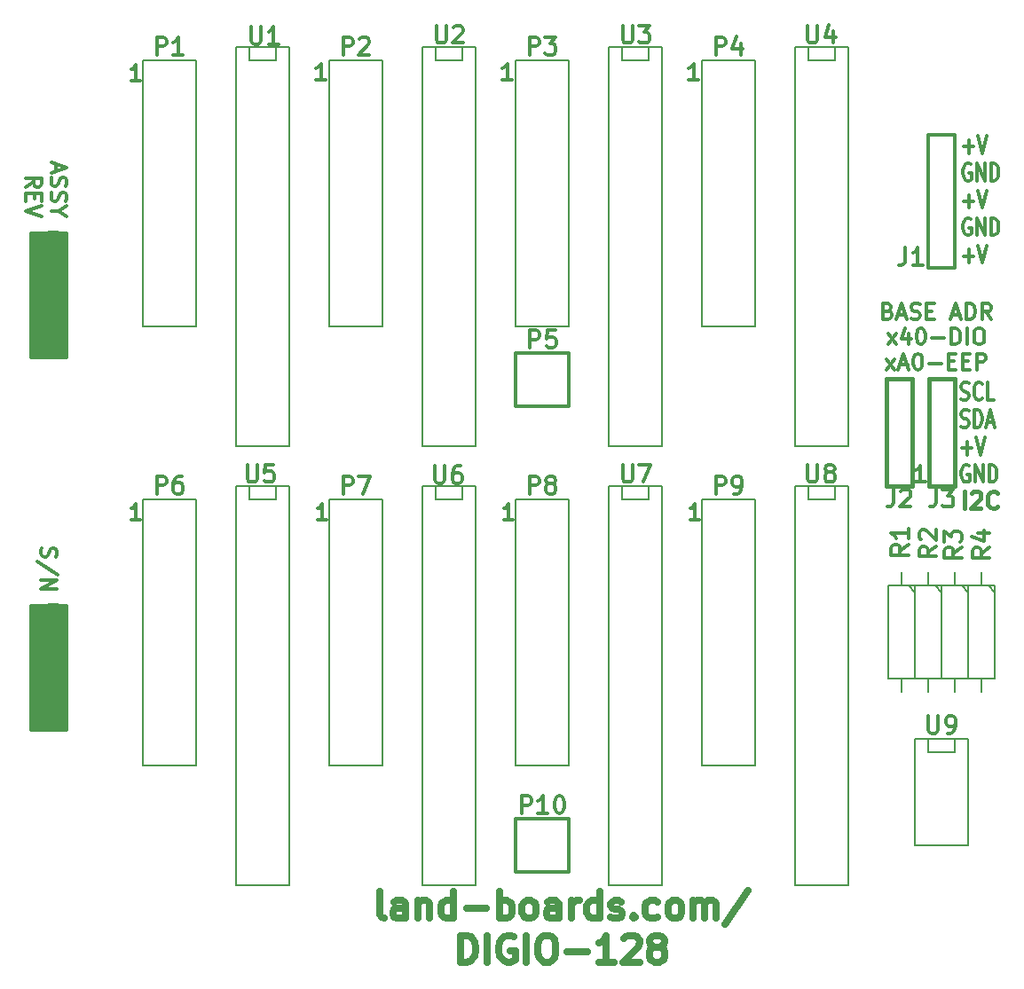
<source format=gto>
G04 #@! TF.FileFunction,Legend,Top*
%FSLAX46Y46*%
G04 Gerber Fmt 4.6, Leading zero omitted, Abs format (unit mm)*
G04 Created by KiCad (PCBNEW (after 2015-mar-04 BZR unknown)-product) date 4/18/2015 12:12:20 PM*
%MOMM*%
G01*
G04 APERTURE LIST*
%ADD10C,0.150000*%
%ADD11C,0.300000*%
%ADD12C,0.635000*%
%ADD13C,0.396875*%
%ADD14C,0.381000*%
%ADD15C,0.304800*%
%ADD16C,0.317500*%
G04 APERTURE END LIST*
D10*
D11*
X101013381Y-24613129D02*
X101981000Y-24613129D01*
X101497190Y-25242081D02*
X101497190Y-23984176D01*
X102404333Y-23591081D02*
X102827667Y-25242081D01*
X103251000Y-23591081D01*
X101678619Y-26281100D02*
X101557667Y-26202481D01*
X101376238Y-26202481D01*
X101194810Y-26281100D01*
X101073857Y-26438338D01*
X101013381Y-26595576D01*
X100952905Y-26910052D01*
X100952905Y-27145910D01*
X101013381Y-27460386D01*
X101073857Y-27617624D01*
X101194810Y-27774862D01*
X101376238Y-27853481D01*
X101497190Y-27853481D01*
X101678619Y-27774862D01*
X101739095Y-27696243D01*
X101739095Y-27145910D01*
X101497190Y-27145910D01*
X102283381Y-27853481D02*
X102283381Y-26202481D01*
X103009095Y-27853481D01*
X103009095Y-26202481D01*
X103613857Y-27853481D02*
X103613857Y-26202481D01*
X103916238Y-26202481D01*
X104097666Y-26281100D01*
X104218619Y-26438338D01*
X104279095Y-26595576D01*
X104339571Y-26910052D01*
X104339571Y-27145910D01*
X104279095Y-27460386D01*
X104218619Y-27617624D01*
X104097666Y-27774862D01*
X103916238Y-27853481D01*
X103613857Y-27853481D01*
X101013381Y-29835929D02*
X101981000Y-29835929D01*
X101497190Y-30464881D02*
X101497190Y-29206976D01*
X102404333Y-28813881D02*
X102827667Y-30464881D01*
X103251000Y-28813881D01*
X101678619Y-31503900D02*
X101557667Y-31425281D01*
X101376238Y-31425281D01*
X101194810Y-31503900D01*
X101073857Y-31661138D01*
X101013381Y-31818376D01*
X100952905Y-32132852D01*
X100952905Y-32368710D01*
X101013381Y-32683186D01*
X101073857Y-32840424D01*
X101194810Y-32997662D01*
X101376238Y-33076281D01*
X101497190Y-33076281D01*
X101678619Y-32997662D01*
X101739095Y-32919043D01*
X101739095Y-32368710D01*
X101497190Y-32368710D01*
X102283381Y-33076281D02*
X102283381Y-31425281D01*
X103009095Y-33076281D01*
X103009095Y-31425281D01*
X103613857Y-33076281D02*
X103613857Y-31425281D01*
X103916238Y-31425281D01*
X104097666Y-31503900D01*
X104218619Y-31661138D01*
X104279095Y-31818376D01*
X104339571Y-32132852D01*
X104339571Y-32368710D01*
X104279095Y-32683186D01*
X104218619Y-32840424D01*
X104097666Y-32997662D01*
X103916238Y-33076281D01*
X103613857Y-33076281D01*
X101013381Y-35058729D02*
X101981000Y-35058729D01*
X101497190Y-35687681D02*
X101497190Y-34429776D01*
X102404333Y-34036681D02*
X102827667Y-35687681D01*
X103251000Y-34036681D01*
X75787286Y-60241571D02*
X74930143Y-60241571D01*
X75358715Y-60241571D02*
X75358715Y-58741571D01*
X75215858Y-58955857D01*
X75073000Y-59098714D01*
X74930143Y-59170143D01*
X58007286Y-60241571D02*
X57150143Y-60241571D01*
X57578715Y-60241571D02*
X57578715Y-58741571D01*
X57435858Y-58955857D01*
X57293000Y-59098714D01*
X57150143Y-59170143D01*
X40227286Y-60241571D02*
X39370143Y-60241571D01*
X39798715Y-60241571D02*
X39798715Y-58741571D01*
X39655858Y-58955857D01*
X39513000Y-59098714D01*
X39370143Y-59170143D01*
X22447286Y-60241571D02*
X21590143Y-60241571D01*
X22018715Y-60241571D02*
X22018715Y-58741571D01*
X21875858Y-58955857D01*
X21733000Y-59098714D01*
X21590143Y-59170143D01*
X75660286Y-18204571D02*
X74803143Y-18204571D01*
X75231715Y-18204571D02*
X75231715Y-16704571D01*
X75088858Y-16918857D01*
X74946000Y-17061714D01*
X74803143Y-17133143D01*
X57880286Y-18204571D02*
X57023143Y-18204571D01*
X57451715Y-18204571D02*
X57451715Y-16704571D01*
X57308858Y-16918857D01*
X57166000Y-17061714D01*
X57023143Y-17133143D01*
X40100286Y-18204571D02*
X39243143Y-18204571D01*
X39671715Y-18204571D02*
X39671715Y-16704571D01*
X39528858Y-16918857D01*
X39386000Y-17061714D01*
X39243143Y-17133143D01*
X22447286Y-18331571D02*
X21590143Y-18331571D01*
X22018715Y-18331571D02*
X22018715Y-16831571D01*
X21875858Y-17045857D01*
X21733000Y-17188714D01*
X21590143Y-17260143D01*
X97329572Y-56558571D02*
X96472429Y-56558571D01*
X96901001Y-56558571D02*
X96901001Y-55058571D01*
X96758144Y-55272857D01*
X96615286Y-55415714D01*
X96472429Y-55487143D01*
X93782144Y-40291857D02*
X93996430Y-40363286D01*
X94067858Y-40434714D01*
X94139287Y-40577571D01*
X94139287Y-40791857D01*
X94067858Y-40934714D01*
X93996430Y-41006143D01*
X93853572Y-41077571D01*
X93282144Y-41077571D01*
X93282144Y-39577571D01*
X93782144Y-39577571D01*
X93925001Y-39649000D01*
X93996430Y-39720429D01*
X94067858Y-39863286D01*
X94067858Y-40006143D01*
X93996430Y-40149000D01*
X93925001Y-40220429D01*
X93782144Y-40291857D01*
X93282144Y-40291857D01*
X94710715Y-40649000D02*
X95425001Y-40649000D01*
X94567858Y-41077571D02*
X95067858Y-39577571D01*
X95567858Y-41077571D01*
X95996429Y-41006143D02*
X96210715Y-41077571D01*
X96567858Y-41077571D01*
X96710715Y-41006143D01*
X96782144Y-40934714D01*
X96853572Y-40791857D01*
X96853572Y-40649000D01*
X96782144Y-40506143D01*
X96710715Y-40434714D01*
X96567858Y-40363286D01*
X96282144Y-40291857D01*
X96139286Y-40220429D01*
X96067858Y-40149000D01*
X95996429Y-40006143D01*
X95996429Y-39863286D01*
X96067858Y-39720429D01*
X96139286Y-39649000D01*
X96282144Y-39577571D01*
X96639286Y-39577571D01*
X96853572Y-39649000D01*
X97496429Y-40291857D02*
X97996429Y-40291857D01*
X98210715Y-41077571D02*
X97496429Y-41077571D01*
X97496429Y-39577571D01*
X98210715Y-39577571D01*
X99925000Y-40649000D02*
X100639286Y-40649000D01*
X99782143Y-41077571D02*
X100282143Y-39577571D01*
X100782143Y-41077571D01*
X101282143Y-41077571D02*
X101282143Y-39577571D01*
X101639286Y-39577571D01*
X101853571Y-39649000D01*
X101996429Y-39791857D01*
X102067857Y-39934714D01*
X102139286Y-40220429D01*
X102139286Y-40434714D01*
X102067857Y-40720429D01*
X101996429Y-40863286D01*
X101853571Y-41006143D01*
X101639286Y-41077571D01*
X101282143Y-41077571D01*
X103639286Y-41077571D02*
X103139286Y-40363286D01*
X102782143Y-41077571D02*
X102782143Y-39577571D01*
X103353571Y-39577571D01*
X103496429Y-39649000D01*
X103567857Y-39720429D01*
X103639286Y-39863286D01*
X103639286Y-40077571D01*
X103567857Y-40220429D01*
X103496429Y-40291857D01*
X103353571Y-40363286D01*
X102782143Y-40363286D01*
X93782143Y-43477571D02*
X94567857Y-42477571D01*
X93782143Y-42477571D02*
X94567857Y-43477571D01*
X95782143Y-42477571D02*
X95782143Y-43477571D01*
X95425000Y-41906143D02*
X95067857Y-42977571D01*
X95996429Y-42977571D01*
X96853571Y-41977571D02*
X96996428Y-41977571D01*
X97139285Y-42049000D01*
X97210714Y-42120429D01*
X97282143Y-42263286D01*
X97353571Y-42549000D01*
X97353571Y-42906143D01*
X97282143Y-43191857D01*
X97210714Y-43334714D01*
X97139285Y-43406143D01*
X96996428Y-43477571D01*
X96853571Y-43477571D01*
X96710714Y-43406143D01*
X96639285Y-43334714D01*
X96567857Y-43191857D01*
X96496428Y-42906143D01*
X96496428Y-42549000D01*
X96567857Y-42263286D01*
X96639285Y-42120429D01*
X96710714Y-42049000D01*
X96853571Y-41977571D01*
X97996428Y-42906143D02*
X99139285Y-42906143D01*
X99853571Y-43477571D02*
X99853571Y-41977571D01*
X100210714Y-41977571D01*
X100424999Y-42049000D01*
X100567857Y-42191857D01*
X100639285Y-42334714D01*
X100710714Y-42620429D01*
X100710714Y-42834714D01*
X100639285Y-43120429D01*
X100567857Y-43263286D01*
X100424999Y-43406143D01*
X100210714Y-43477571D01*
X99853571Y-43477571D01*
X101353571Y-43477571D02*
X101353571Y-41977571D01*
X102353571Y-41977571D02*
X102639285Y-41977571D01*
X102782143Y-42049000D01*
X102925000Y-42191857D01*
X102996428Y-42477571D01*
X102996428Y-42977571D01*
X102925000Y-43263286D01*
X102782143Y-43406143D01*
X102639285Y-43477571D01*
X102353571Y-43477571D01*
X102210714Y-43406143D01*
X102067857Y-43263286D01*
X101996428Y-42977571D01*
X101996428Y-42477571D01*
X102067857Y-42191857D01*
X102210714Y-42049000D01*
X102353571Y-41977571D01*
X93639286Y-45877571D02*
X94425000Y-44877571D01*
X93639286Y-44877571D02*
X94425000Y-45877571D01*
X94925000Y-45449000D02*
X95639286Y-45449000D01*
X94782143Y-45877571D02*
X95282143Y-44377571D01*
X95782143Y-45877571D01*
X96567857Y-44377571D02*
X96710714Y-44377571D01*
X96853571Y-44449000D01*
X96925000Y-44520429D01*
X96996429Y-44663286D01*
X97067857Y-44949000D01*
X97067857Y-45306143D01*
X96996429Y-45591857D01*
X96925000Y-45734714D01*
X96853571Y-45806143D01*
X96710714Y-45877571D01*
X96567857Y-45877571D01*
X96425000Y-45806143D01*
X96353571Y-45734714D01*
X96282143Y-45591857D01*
X96210714Y-45306143D01*
X96210714Y-44949000D01*
X96282143Y-44663286D01*
X96353571Y-44520429D01*
X96425000Y-44449000D01*
X96567857Y-44377571D01*
X97710714Y-45306143D02*
X98853571Y-45306143D01*
X99567857Y-45091857D02*
X100067857Y-45091857D01*
X100282143Y-45877571D02*
X99567857Y-45877571D01*
X99567857Y-44377571D01*
X100282143Y-44377571D01*
X100925000Y-45091857D02*
X101425000Y-45091857D01*
X101639286Y-45877571D02*
X100925000Y-45877571D01*
X100925000Y-44377571D01*
X101639286Y-44377571D01*
X102282143Y-45877571D02*
X102282143Y-44377571D01*
X102853571Y-44377571D01*
X102996429Y-44449000D01*
X103067857Y-44520429D01*
X103139286Y-44663286D01*
X103139286Y-44877571D01*
X103067857Y-45020429D01*
X102996429Y-45091857D01*
X102853571Y-45163286D01*
X102282143Y-45163286D01*
D12*
X45702192Y-98259548D02*
X45460287Y-98138595D01*
X45339335Y-97896690D01*
X45339335Y-95719548D01*
X47758382Y-98259548D02*
X47758382Y-96929071D01*
X47637430Y-96687167D01*
X47395525Y-96566214D01*
X46911716Y-96566214D01*
X46669811Y-96687167D01*
X47758382Y-98138595D02*
X47516478Y-98259548D01*
X46911716Y-98259548D01*
X46669811Y-98138595D01*
X46548859Y-97896690D01*
X46548859Y-97654786D01*
X46669811Y-97412881D01*
X46911716Y-97291929D01*
X47516478Y-97291929D01*
X47758382Y-97170976D01*
X48967906Y-96566214D02*
X48967906Y-98259548D01*
X48967906Y-96808119D02*
X49088858Y-96687167D01*
X49330763Y-96566214D01*
X49693620Y-96566214D01*
X49935525Y-96687167D01*
X50056477Y-96929071D01*
X50056477Y-98259548D01*
X52354572Y-98259548D02*
X52354572Y-95719548D01*
X52354572Y-98138595D02*
X52112668Y-98259548D01*
X51628858Y-98259548D01*
X51386953Y-98138595D01*
X51266001Y-98017643D01*
X51145049Y-97775738D01*
X51145049Y-97050024D01*
X51266001Y-96808119D01*
X51386953Y-96687167D01*
X51628858Y-96566214D01*
X52112668Y-96566214D01*
X52354572Y-96687167D01*
X53564096Y-97291929D02*
X55499334Y-97291929D01*
X56708858Y-98259548D02*
X56708858Y-95719548D01*
X56708858Y-96687167D02*
X56950763Y-96566214D01*
X57434572Y-96566214D01*
X57676477Y-96687167D01*
X57797429Y-96808119D01*
X57918382Y-97050024D01*
X57918382Y-97775738D01*
X57797429Y-98017643D01*
X57676477Y-98138595D01*
X57434572Y-98259548D01*
X56950763Y-98259548D01*
X56708858Y-98138595D01*
X59369810Y-98259548D02*
X59127905Y-98138595D01*
X59006953Y-98017643D01*
X58886001Y-97775738D01*
X58886001Y-97050024D01*
X59006953Y-96808119D01*
X59127905Y-96687167D01*
X59369810Y-96566214D01*
X59732667Y-96566214D01*
X59974572Y-96687167D01*
X60095524Y-96808119D01*
X60216477Y-97050024D01*
X60216477Y-97775738D01*
X60095524Y-98017643D01*
X59974572Y-98138595D01*
X59732667Y-98259548D01*
X59369810Y-98259548D01*
X62393619Y-98259548D02*
X62393619Y-96929071D01*
X62272667Y-96687167D01*
X62030762Y-96566214D01*
X61546953Y-96566214D01*
X61305048Y-96687167D01*
X62393619Y-98138595D02*
X62151715Y-98259548D01*
X61546953Y-98259548D01*
X61305048Y-98138595D01*
X61184096Y-97896690D01*
X61184096Y-97654786D01*
X61305048Y-97412881D01*
X61546953Y-97291929D01*
X62151715Y-97291929D01*
X62393619Y-97170976D01*
X63603143Y-98259548D02*
X63603143Y-96566214D01*
X63603143Y-97050024D02*
X63724095Y-96808119D01*
X63845048Y-96687167D01*
X64086952Y-96566214D01*
X64328857Y-96566214D01*
X66264095Y-98259548D02*
X66264095Y-95719548D01*
X66264095Y-98138595D02*
X66022191Y-98259548D01*
X65538381Y-98259548D01*
X65296476Y-98138595D01*
X65175524Y-98017643D01*
X65054572Y-97775738D01*
X65054572Y-97050024D01*
X65175524Y-96808119D01*
X65296476Y-96687167D01*
X65538381Y-96566214D01*
X66022191Y-96566214D01*
X66264095Y-96687167D01*
X67352667Y-98138595D02*
X67594571Y-98259548D01*
X68078381Y-98259548D01*
X68320286Y-98138595D01*
X68441238Y-97896690D01*
X68441238Y-97775738D01*
X68320286Y-97533833D01*
X68078381Y-97412881D01*
X67715524Y-97412881D01*
X67473619Y-97291929D01*
X67352667Y-97050024D01*
X67352667Y-96929071D01*
X67473619Y-96687167D01*
X67715524Y-96566214D01*
X68078381Y-96566214D01*
X68320286Y-96687167D01*
X69529809Y-98017643D02*
X69650761Y-98138595D01*
X69529809Y-98259548D01*
X69408857Y-98138595D01*
X69529809Y-98017643D01*
X69529809Y-98259548D01*
X71827904Y-98138595D02*
X71586000Y-98259548D01*
X71102190Y-98259548D01*
X70860285Y-98138595D01*
X70739333Y-98017643D01*
X70618381Y-97775738D01*
X70618381Y-97050024D01*
X70739333Y-96808119D01*
X70860285Y-96687167D01*
X71102190Y-96566214D01*
X71586000Y-96566214D01*
X71827904Y-96687167D01*
X73279333Y-98259548D02*
X73037428Y-98138595D01*
X72916476Y-98017643D01*
X72795524Y-97775738D01*
X72795524Y-97050024D01*
X72916476Y-96808119D01*
X73037428Y-96687167D01*
X73279333Y-96566214D01*
X73642190Y-96566214D01*
X73884095Y-96687167D01*
X74005047Y-96808119D01*
X74126000Y-97050024D01*
X74126000Y-97775738D01*
X74005047Y-98017643D01*
X73884095Y-98138595D01*
X73642190Y-98259548D01*
X73279333Y-98259548D01*
X75214571Y-98259548D02*
X75214571Y-96566214D01*
X75214571Y-96808119D02*
X75335523Y-96687167D01*
X75577428Y-96566214D01*
X75940285Y-96566214D01*
X76182190Y-96687167D01*
X76303142Y-96929071D01*
X76303142Y-98259548D01*
X76303142Y-96929071D02*
X76424095Y-96687167D01*
X76665999Y-96566214D01*
X77028857Y-96566214D01*
X77270761Y-96687167D01*
X77391714Y-96929071D01*
X77391714Y-98259548D01*
X80415524Y-95598595D02*
X78238381Y-98864310D01*
X53019809Y-102450548D02*
X53019809Y-99910548D01*
X53624571Y-99910548D01*
X53987428Y-100031500D01*
X54229333Y-100273405D01*
X54350285Y-100515310D01*
X54471237Y-100999119D01*
X54471237Y-101361976D01*
X54350285Y-101845786D01*
X54229333Y-102087690D01*
X53987428Y-102329595D01*
X53624571Y-102450548D01*
X53019809Y-102450548D01*
X55559809Y-102450548D02*
X55559809Y-99910548D01*
X58099809Y-100031500D02*
X57857904Y-99910548D01*
X57495047Y-99910548D01*
X57132190Y-100031500D01*
X56890285Y-100273405D01*
X56769333Y-100515310D01*
X56648381Y-100999119D01*
X56648381Y-101361976D01*
X56769333Y-101845786D01*
X56890285Y-102087690D01*
X57132190Y-102329595D01*
X57495047Y-102450548D01*
X57736952Y-102450548D01*
X58099809Y-102329595D01*
X58220761Y-102208643D01*
X58220761Y-101361976D01*
X57736952Y-101361976D01*
X59309333Y-102450548D02*
X59309333Y-99910548D01*
X61002666Y-99910548D02*
X61486476Y-99910548D01*
X61728381Y-100031500D01*
X61970285Y-100273405D01*
X62091238Y-100757214D01*
X62091238Y-101603881D01*
X61970285Y-102087690D01*
X61728381Y-102329595D01*
X61486476Y-102450548D01*
X61002666Y-102450548D01*
X60760762Y-102329595D01*
X60518857Y-102087690D01*
X60397905Y-101603881D01*
X60397905Y-100757214D01*
X60518857Y-100273405D01*
X60760762Y-100031500D01*
X61002666Y-99910548D01*
X63179809Y-101482929D02*
X65115047Y-101482929D01*
X67655047Y-102450548D02*
X66203619Y-102450548D01*
X66929333Y-102450548D02*
X66929333Y-99910548D01*
X66687428Y-100273405D01*
X66445523Y-100515310D01*
X66203619Y-100636262D01*
X68622667Y-100152452D02*
X68743619Y-100031500D01*
X68985524Y-99910548D01*
X69590286Y-99910548D01*
X69832190Y-100031500D01*
X69953143Y-100152452D01*
X70074095Y-100394357D01*
X70074095Y-100636262D01*
X69953143Y-100999119D01*
X68501714Y-102450548D01*
X70074095Y-102450548D01*
X71525524Y-100999119D02*
X71283619Y-100878167D01*
X71162667Y-100757214D01*
X71041715Y-100515310D01*
X71041715Y-100394357D01*
X71162667Y-100152452D01*
X71283619Y-100031500D01*
X71525524Y-99910548D01*
X72009334Y-99910548D01*
X72251238Y-100031500D01*
X72372191Y-100152452D01*
X72493143Y-100394357D01*
X72493143Y-100515310D01*
X72372191Y-100757214D01*
X72251238Y-100878167D01*
X72009334Y-100999119D01*
X71525524Y-100999119D01*
X71283619Y-101120071D01*
X71162667Y-101241024D01*
X71041715Y-101482929D01*
X71041715Y-101966738D01*
X71162667Y-102208643D01*
X71283619Y-102329595D01*
X71525524Y-102450548D01*
X72009334Y-102450548D01*
X72251238Y-102329595D01*
X72372191Y-102208643D01*
X72493143Y-101966738D01*
X72493143Y-101482929D01*
X72372191Y-101241024D01*
X72251238Y-101120071D01*
X72009334Y-100999119D01*
D11*
X13066857Y-62916285D02*
X12995429Y-63130571D01*
X12995429Y-63487714D01*
X13066857Y-63630571D01*
X13138286Y-63702000D01*
X13281143Y-63773428D01*
X13424000Y-63773428D01*
X13566857Y-63702000D01*
X13638286Y-63630571D01*
X13709714Y-63487714D01*
X13781143Y-63202000D01*
X13852571Y-63059142D01*
X13924000Y-62987714D01*
X14066857Y-62916285D01*
X14209714Y-62916285D01*
X14352571Y-62987714D01*
X14424000Y-63059142D01*
X14495429Y-63202000D01*
X14495429Y-63559142D01*
X14424000Y-63773428D01*
X14566857Y-65487713D02*
X12638286Y-64201999D01*
X12995429Y-65987714D02*
X14495429Y-65987714D01*
X12995429Y-66844857D01*
X14495429Y-66844857D01*
D13*
X101066298Y-59138155D02*
X101066298Y-57550655D01*
X101746655Y-57701845D02*
X101822250Y-57626250D01*
X101973441Y-57550655D01*
X102351417Y-57550655D01*
X102502607Y-57626250D01*
X102578203Y-57701845D01*
X102653798Y-57853036D01*
X102653798Y-58004226D01*
X102578203Y-58231012D01*
X101671060Y-59138155D01*
X102653798Y-59138155D01*
X104241298Y-58986964D02*
X104165703Y-59062560D01*
X103938917Y-59138155D01*
X103787727Y-59138155D01*
X103560941Y-59062560D01*
X103409750Y-58911369D01*
X103334155Y-58760179D01*
X103258560Y-58457798D01*
X103258560Y-58231012D01*
X103334155Y-57928631D01*
X103409750Y-57777440D01*
X103560941Y-57626250D01*
X103787727Y-57550655D01*
X103938917Y-57550655D01*
X104165703Y-57626250D01*
X104241298Y-57701845D01*
D11*
X100783905Y-48713162D02*
X100965333Y-48791781D01*
X101267714Y-48791781D01*
X101388667Y-48713162D01*
X101449143Y-48634543D01*
X101509619Y-48477305D01*
X101509619Y-48320067D01*
X101449143Y-48162829D01*
X101388667Y-48084210D01*
X101267714Y-48005590D01*
X101025810Y-47926971D01*
X100904857Y-47848352D01*
X100844381Y-47769733D01*
X100783905Y-47612495D01*
X100783905Y-47455257D01*
X100844381Y-47298019D01*
X100904857Y-47219400D01*
X101025810Y-47140781D01*
X101328190Y-47140781D01*
X101509619Y-47219400D01*
X102779619Y-48634543D02*
X102719143Y-48713162D01*
X102537714Y-48791781D01*
X102416762Y-48791781D01*
X102235334Y-48713162D01*
X102114381Y-48555924D01*
X102053905Y-48398686D01*
X101993429Y-48084210D01*
X101993429Y-47848352D01*
X102053905Y-47533876D01*
X102114381Y-47376638D01*
X102235334Y-47219400D01*
X102416762Y-47140781D01*
X102537714Y-47140781D01*
X102719143Y-47219400D01*
X102779619Y-47298019D01*
X103928667Y-48791781D02*
X103323905Y-48791781D01*
X103323905Y-47140781D01*
X100783905Y-51324562D02*
X100965333Y-51403181D01*
X101267714Y-51403181D01*
X101388667Y-51324562D01*
X101449143Y-51245943D01*
X101509619Y-51088705D01*
X101509619Y-50931467D01*
X101449143Y-50774229D01*
X101388667Y-50695610D01*
X101267714Y-50616990D01*
X101025810Y-50538371D01*
X100904857Y-50459752D01*
X100844381Y-50381133D01*
X100783905Y-50223895D01*
X100783905Y-50066657D01*
X100844381Y-49909419D01*
X100904857Y-49830800D01*
X101025810Y-49752181D01*
X101328190Y-49752181D01*
X101509619Y-49830800D01*
X102053905Y-51403181D02*
X102053905Y-49752181D01*
X102356286Y-49752181D01*
X102537714Y-49830800D01*
X102658667Y-49988038D01*
X102719143Y-50145276D01*
X102779619Y-50459752D01*
X102779619Y-50695610D01*
X102719143Y-51010086D01*
X102658667Y-51167324D01*
X102537714Y-51324562D01*
X102356286Y-51403181D01*
X102053905Y-51403181D01*
X103263429Y-50931467D02*
X103868191Y-50931467D01*
X103142476Y-51403181D02*
X103565810Y-49752181D01*
X103989143Y-51403181D01*
X100844381Y-53385629D02*
X101812000Y-53385629D01*
X101328190Y-54014581D02*
X101328190Y-52756676D01*
X102235333Y-52363581D02*
X102658667Y-54014581D01*
X103082000Y-52363581D01*
X101509619Y-55053600D02*
X101388667Y-54974981D01*
X101207238Y-54974981D01*
X101025810Y-55053600D01*
X100904857Y-55210838D01*
X100844381Y-55368076D01*
X100783905Y-55682552D01*
X100783905Y-55918410D01*
X100844381Y-56232886D01*
X100904857Y-56390124D01*
X101025810Y-56547362D01*
X101207238Y-56625981D01*
X101328190Y-56625981D01*
X101509619Y-56547362D01*
X101570095Y-56468743D01*
X101570095Y-55918410D01*
X101328190Y-55918410D01*
X102114381Y-56625981D02*
X102114381Y-54974981D01*
X102840095Y-56625981D01*
X102840095Y-54974981D01*
X103444857Y-56625981D02*
X103444857Y-54974981D01*
X103747238Y-54974981D01*
X103928666Y-55053600D01*
X104049619Y-55210838D01*
X104110095Y-55368076D01*
X104170571Y-55682552D01*
X104170571Y-55918410D01*
X104110095Y-56232886D01*
X104049619Y-56390124D01*
X103928666Y-56547362D01*
X103747238Y-56625981D01*
X103444857Y-56625981D01*
X14370000Y-26245144D02*
X14370000Y-26959430D01*
X13941429Y-26102287D02*
X15441429Y-26602287D01*
X13941429Y-27102287D01*
X14012857Y-27530858D02*
X13941429Y-27745144D01*
X13941429Y-28102287D01*
X14012857Y-28245144D01*
X14084286Y-28316573D01*
X14227143Y-28388001D01*
X14370000Y-28388001D01*
X14512857Y-28316573D01*
X14584286Y-28245144D01*
X14655714Y-28102287D01*
X14727143Y-27816573D01*
X14798571Y-27673715D01*
X14870000Y-27602287D01*
X15012857Y-27530858D01*
X15155714Y-27530858D01*
X15298571Y-27602287D01*
X15370000Y-27673715D01*
X15441429Y-27816573D01*
X15441429Y-28173715D01*
X15370000Y-28388001D01*
X14012857Y-28959429D02*
X13941429Y-29173715D01*
X13941429Y-29530858D01*
X14012857Y-29673715D01*
X14084286Y-29745144D01*
X14227143Y-29816572D01*
X14370000Y-29816572D01*
X14512857Y-29745144D01*
X14584286Y-29673715D01*
X14655714Y-29530858D01*
X14727143Y-29245144D01*
X14798571Y-29102286D01*
X14870000Y-29030858D01*
X15012857Y-28959429D01*
X15155714Y-28959429D01*
X15298571Y-29030858D01*
X15370000Y-29102286D01*
X15441429Y-29245144D01*
X15441429Y-29602286D01*
X15370000Y-29816572D01*
X14655714Y-30745143D02*
X13941429Y-30745143D01*
X15441429Y-30245143D02*
X14655714Y-30745143D01*
X15441429Y-31245143D01*
X11541429Y-28459429D02*
X12255714Y-27959429D01*
X11541429Y-27602286D02*
X13041429Y-27602286D01*
X13041429Y-28173714D01*
X12970000Y-28316572D01*
X12898571Y-28388000D01*
X12755714Y-28459429D01*
X12541429Y-28459429D01*
X12398571Y-28388000D01*
X12327143Y-28316572D01*
X12255714Y-28173714D01*
X12255714Y-27602286D01*
X12327143Y-29102286D02*
X12327143Y-29602286D01*
X11541429Y-29816572D02*
X11541429Y-29102286D01*
X13041429Y-29102286D01*
X13041429Y-29816572D01*
X13041429Y-30245143D02*
X11541429Y-30745143D01*
X13041429Y-31245143D01*
D14*
X93619320Y-57002680D02*
X93619320Y-46753780D01*
X93619320Y-46753780D02*
X96118680Y-46753780D01*
X93619320Y-57002680D02*
X96118680Y-57002680D01*
X96118680Y-57002680D02*
X96118680Y-46753780D01*
D10*
X81120000Y-41750000D02*
X81120000Y-16350000D01*
X81120000Y-16350000D02*
X76040000Y-16350000D01*
X76040000Y-16350000D02*
X76040000Y-41750000D01*
X76040000Y-41750000D02*
X81120000Y-41750000D01*
X63340000Y-41750000D02*
X63340000Y-16350000D01*
X63340000Y-16350000D02*
X58260000Y-16350000D01*
X58260000Y-16350000D02*
X58260000Y-41750000D01*
X58260000Y-41750000D02*
X63340000Y-41750000D01*
X45560000Y-41750000D02*
X45560000Y-16350000D01*
X45560000Y-16350000D02*
X40480000Y-16350000D01*
X40480000Y-16350000D02*
X40480000Y-41750000D01*
X40480000Y-41750000D02*
X45560000Y-41750000D01*
X27780000Y-41750000D02*
X27780000Y-16350000D01*
X27780000Y-16350000D02*
X22700000Y-16350000D01*
X22700000Y-16350000D02*
X22700000Y-41750000D01*
X22700000Y-41750000D02*
X27780000Y-41750000D01*
D14*
X97683320Y-57002680D02*
X97683320Y-46753780D01*
X97683320Y-46753780D02*
X100182680Y-46753780D01*
X97683320Y-57002680D02*
X100182680Y-57002680D01*
X100182680Y-57002680D02*
X100182680Y-46753780D01*
D10*
X45560000Y-83660000D02*
X45560000Y-58260000D01*
X45560000Y-58260000D02*
X40480000Y-58260000D01*
X40480000Y-58260000D02*
X40480000Y-83660000D01*
X40480000Y-83660000D02*
X45560000Y-83660000D01*
X63340000Y-83660000D02*
X63340000Y-58260000D01*
X63340000Y-58260000D02*
X58260000Y-58260000D01*
X58260000Y-58260000D02*
X58260000Y-83660000D01*
X58260000Y-83660000D02*
X63340000Y-83660000D01*
X81120000Y-83660000D02*
X81120000Y-58260000D01*
X81120000Y-58260000D02*
X76040000Y-58260000D01*
X76040000Y-58260000D02*
X76040000Y-83660000D01*
X76040000Y-83660000D02*
X81120000Y-83660000D01*
D15*
X63373000Y-88773000D02*
X63373000Y-93853000D01*
X63373000Y-93853000D02*
X58293000Y-93853000D01*
X58293000Y-93853000D02*
X58293000Y-88773000D01*
X58293000Y-88773000D02*
X63373000Y-88773000D01*
X63373000Y-44323000D02*
X63373000Y-49403000D01*
X63373000Y-49403000D02*
X58293000Y-49403000D01*
X58293000Y-49403000D02*
X58293000Y-44323000D01*
X58293000Y-44323000D02*
X63373000Y-44323000D01*
D10*
X27780000Y-83660000D02*
X27780000Y-58260000D01*
X27780000Y-58260000D02*
X22700000Y-58260000D01*
X22700000Y-58260000D02*
X22700000Y-83660000D01*
X22700000Y-83660000D02*
X27780000Y-83660000D01*
D15*
X97663000Y-36195000D02*
X100203000Y-36195000D01*
X100203000Y-23495000D02*
X97663000Y-23495000D01*
X97663000Y-36195000D02*
X97663000Y-23495000D01*
X100203000Y-23495000D02*
X100203000Y-36195000D01*
D12*
X12540000Y-44544000D02*
X12540000Y-33114000D01*
X12540000Y-33114000D02*
X13175000Y-33114000D01*
X13175000Y-33114000D02*
X13175000Y-44544000D01*
X13175000Y-44544000D02*
X13810000Y-44544000D01*
X13810000Y-44544000D02*
X13810000Y-32987000D01*
X13810000Y-32987000D02*
X14445000Y-32987000D01*
X14445000Y-32987000D02*
X14445000Y-44544000D01*
X14445000Y-44544000D02*
X14953000Y-44544000D01*
X14953000Y-44544000D02*
X14953000Y-33114000D01*
D14*
X12032000Y-32860000D02*
X12032000Y-44671000D01*
X12032000Y-44671000D02*
X15334000Y-44671000D01*
X15334000Y-44671000D02*
X15334000Y-32860000D01*
X15334000Y-32860000D02*
X12032000Y-32860000D01*
D12*
X12540000Y-80104000D02*
X12540000Y-68674000D01*
X12540000Y-68674000D02*
X13175000Y-68674000D01*
X13175000Y-68674000D02*
X13175000Y-80104000D01*
X13175000Y-80104000D02*
X13810000Y-80104000D01*
X13810000Y-80104000D02*
X13810000Y-68547000D01*
X13810000Y-68547000D02*
X14445000Y-68547000D01*
X14445000Y-68547000D02*
X14445000Y-80104000D01*
X14445000Y-80104000D02*
X14953000Y-80104000D01*
X14953000Y-80104000D02*
X14953000Y-68674000D01*
D14*
X12032000Y-68420000D02*
X12032000Y-80231000D01*
X12032000Y-80231000D02*
X15334000Y-80231000D01*
X15334000Y-80231000D02*
X15334000Y-68420000D01*
X15334000Y-68420000D02*
X12032000Y-68420000D01*
D10*
X96360000Y-66515000D02*
X93820000Y-66515000D01*
X93820000Y-66515000D02*
X93820000Y-75405000D01*
X93820000Y-75405000D02*
X96360000Y-75405000D01*
X96360000Y-75405000D02*
X96360000Y-66515000D01*
X95725000Y-66515000D02*
X96360000Y-67150000D01*
X95090000Y-66515000D02*
X95090000Y-65245000D01*
X95090000Y-75405000D02*
X95090000Y-76675000D01*
X98900000Y-66515000D02*
X96360000Y-66515000D01*
X96360000Y-66515000D02*
X96360000Y-75405000D01*
X96360000Y-75405000D02*
X98900000Y-75405000D01*
X98900000Y-75405000D02*
X98900000Y-66515000D01*
X98265000Y-66515000D02*
X98900000Y-67150000D01*
X97630000Y-66515000D02*
X97630000Y-65245000D01*
X97630000Y-75405000D02*
X97630000Y-76675000D01*
X101440000Y-66515000D02*
X98900000Y-66515000D01*
X98900000Y-66515000D02*
X98900000Y-75405000D01*
X98900000Y-75405000D02*
X101440000Y-75405000D01*
X101440000Y-75405000D02*
X101440000Y-66515000D01*
X100805000Y-66515000D02*
X101440000Y-67150000D01*
X100170000Y-66515000D02*
X100170000Y-65245000D01*
X100170000Y-75405000D02*
X100170000Y-76675000D01*
X103980000Y-66515000D02*
X101440000Y-66515000D01*
X101440000Y-66515000D02*
X101440000Y-75405000D01*
X101440000Y-75405000D02*
X103980000Y-75405000D01*
X103980000Y-75405000D02*
X103980000Y-66515000D01*
X103345000Y-66515000D02*
X103980000Y-67150000D01*
X102710000Y-66515000D02*
X102710000Y-65245000D01*
X102710000Y-75405000D02*
X102710000Y-76675000D01*
X36670000Y-15080000D02*
X36670000Y-53180000D01*
X36670000Y-53180000D02*
X31590000Y-53180000D01*
X31590000Y-53180000D02*
X31590000Y-15080000D01*
X31590000Y-15080000D02*
X36670000Y-15080000D01*
X35400000Y-15080000D02*
X35400000Y-16350000D01*
X35400000Y-16350000D02*
X32860000Y-16350000D01*
X32860000Y-16350000D02*
X32860000Y-15080000D01*
X54450000Y-15080000D02*
X54450000Y-53180000D01*
X54450000Y-53180000D02*
X49370000Y-53180000D01*
X49370000Y-53180000D02*
X49370000Y-15080000D01*
X49370000Y-15080000D02*
X54450000Y-15080000D01*
X53180000Y-15080000D02*
X53180000Y-16350000D01*
X53180000Y-16350000D02*
X50640000Y-16350000D01*
X50640000Y-16350000D02*
X50640000Y-15080000D01*
X72230000Y-15080000D02*
X72230000Y-53180000D01*
X72230000Y-53180000D02*
X67150000Y-53180000D01*
X67150000Y-53180000D02*
X67150000Y-15080000D01*
X67150000Y-15080000D02*
X72230000Y-15080000D01*
X70960000Y-15080000D02*
X70960000Y-16350000D01*
X70960000Y-16350000D02*
X68420000Y-16350000D01*
X68420000Y-16350000D02*
X68420000Y-15080000D01*
X90010000Y-15080000D02*
X90010000Y-53180000D01*
X90010000Y-53180000D02*
X84930000Y-53180000D01*
X84930000Y-53180000D02*
X84930000Y-15080000D01*
X84930000Y-15080000D02*
X90010000Y-15080000D01*
X88740000Y-15080000D02*
X88740000Y-16350000D01*
X88740000Y-16350000D02*
X86200000Y-16350000D01*
X86200000Y-16350000D02*
X86200000Y-15080000D01*
X36670000Y-56990000D02*
X36670000Y-95090000D01*
X36670000Y-95090000D02*
X31590000Y-95090000D01*
X31590000Y-95090000D02*
X31590000Y-56990000D01*
X31590000Y-56990000D02*
X36670000Y-56990000D01*
X35400000Y-56990000D02*
X35400000Y-58260000D01*
X35400000Y-58260000D02*
X32860000Y-58260000D01*
X32860000Y-58260000D02*
X32860000Y-56990000D01*
X54450000Y-56990000D02*
X54450000Y-95090000D01*
X54450000Y-95090000D02*
X49370000Y-95090000D01*
X49370000Y-95090000D02*
X49370000Y-56990000D01*
X49370000Y-56990000D02*
X54450000Y-56990000D01*
X53180000Y-56990000D02*
X53180000Y-58260000D01*
X53180000Y-58260000D02*
X50640000Y-58260000D01*
X50640000Y-58260000D02*
X50640000Y-56990000D01*
X72230000Y-56990000D02*
X72230000Y-95090000D01*
X72230000Y-95090000D02*
X67150000Y-95090000D01*
X67150000Y-95090000D02*
X67150000Y-56990000D01*
X67150000Y-56990000D02*
X72230000Y-56990000D01*
X70960000Y-56990000D02*
X70960000Y-58260000D01*
X70960000Y-58260000D02*
X68420000Y-58260000D01*
X68420000Y-58260000D02*
X68420000Y-56990000D01*
X90010000Y-56990000D02*
X90010000Y-95090000D01*
X90010000Y-95090000D02*
X84930000Y-95090000D01*
X84930000Y-95090000D02*
X84930000Y-56990000D01*
X84930000Y-56990000D02*
X90010000Y-56990000D01*
X88740000Y-56990000D02*
X88740000Y-58260000D01*
X88740000Y-58260000D02*
X86200000Y-58260000D01*
X86200000Y-58260000D02*
X86200000Y-56990000D01*
X100170000Y-81120000D02*
X100170000Y-82390000D01*
X100170000Y-82390000D02*
X97630000Y-82390000D01*
X97630000Y-82390000D02*
X97630000Y-81120000D01*
X101440000Y-81120000D02*
X101440000Y-91280000D01*
X101440000Y-91280000D02*
X96360000Y-91280000D01*
X96360000Y-91280000D02*
X96360000Y-81120000D01*
X96360000Y-81120000D02*
X101440000Y-81120000D01*
D16*
X94318667Y-57348241D02*
X94318667Y-58527527D01*
X94240047Y-58763384D01*
X94082809Y-58920622D01*
X93846952Y-58999241D01*
X93689714Y-58999241D01*
X95026238Y-57505479D02*
X95104857Y-57426860D01*
X95262095Y-57348241D01*
X95655191Y-57348241D01*
X95812429Y-57426860D01*
X95891048Y-57505479D01*
X95969667Y-57662717D01*
X95969667Y-57819955D01*
X95891048Y-58055812D01*
X94947619Y-58999241D01*
X95969667Y-58999241D01*
X77361405Y-15826881D02*
X77361405Y-14175881D01*
X77990358Y-14175881D01*
X78147596Y-14254500D01*
X78226215Y-14333119D01*
X78304834Y-14490357D01*
X78304834Y-14726214D01*
X78226215Y-14883452D01*
X78147596Y-14962071D01*
X77990358Y-15040690D01*
X77361405Y-15040690D01*
X79719977Y-14726214D02*
X79719977Y-15826881D01*
X79326881Y-14097262D02*
X78933786Y-15276548D01*
X79955834Y-15276548D01*
X59581405Y-15826881D02*
X59581405Y-14175881D01*
X60210358Y-14175881D01*
X60367596Y-14254500D01*
X60446215Y-14333119D01*
X60524834Y-14490357D01*
X60524834Y-14726214D01*
X60446215Y-14883452D01*
X60367596Y-14962071D01*
X60210358Y-15040690D01*
X59581405Y-15040690D01*
X61075167Y-14175881D02*
X62097215Y-14175881D01*
X61546881Y-14804833D01*
X61782739Y-14804833D01*
X61939977Y-14883452D01*
X62018596Y-14962071D01*
X62097215Y-15119310D01*
X62097215Y-15512405D01*
X62018596Y-15669643D01*
X61939977Y-15748262D01*
X61782739Y-15826881D01*
X61311024Y-15826881D01*
X61153786Y-15748262D01*
X61075167Y-15669643D01*
X41801405Y-15826881D02*
X41801405Y-14175881D01*
X42430358Y-14175881D01*
X42587596Y-14254500D01*
X42666215Y-14333119D01*
X42744834Y-14490357D01*
X42744834Y-14726214D01*
X42666215Y-14883452D01*
X42587596Y-14962071D01*
X42430358Y-15040690D01*
X41801405Y-15040690D01*
X43373786Y-14333119D02*
X43452405Y-14254500D01*
X43609643Y-14175881D01*
X44002739Y-14175881D01*
X44159977Y-14254500D01*
X44238596Y-14333119D01*
X44317215Y-14490357D01*
X44317215Y-14647595D01*
X44238596Y-14883452D01*
X43295167Y-15826881D01*
X44317215Y-15826881D01*
X24021405Y-15826881D02*
X24021405Y-14175881D01*
X24650358Y-14175881D01*
X24807596Y-14254500D01*
X24886215Y-14333119D01*
X24964834Y-14490357D01*
X24964834Y-14726214D01*
X24886215Y-14883452D01*
X24807596Y-14962071D01*
X24650358Y-15040690D01*
X24021405Y-15040690D01*
X26537215Y-15826881D02*
X25593786Y-15826881D01*
X26065500Y-15826881D02*
X26065500Y-14175881D01*
X25908262Y-14411738D01*
X25751024Y-14568976D01*
X25593786Y-14647595D01*
X98382667Y-57348241D02*
X98382667Y-58527527D01*
X98304047Y-58763384D01*
X98146809Y-58920622D01*
X97910952Y-58999241D01*
X97753714Y-58999241D01*
X99011619Y-57348241D02*
X100033667Y-57348241D01*
X99483333Y-57977193D01*
X99719191Y-57977193D01*
X99876429Y-58055812D01*
X99955048Y-58134431D01*
X100033667Y-58291670D01*
X100033667Y-58684765D01*
X99955048Y-58842003D01*
X99876429Y-58920622D01*
X99719191Y-58999241D01*
X99247476Y-58999241D01*
X99090238Y-58920622D01*
X99011619Y-58842003D01*
X41801405Y-57736881D02*
X41801405Y-56085881D01*
X42430358Y-56085881D01*
X42587596Y-56164500D01*
X42666215Y-56243119D01*
X42744834Y-56400357D01*
X42744834Y-56636214D01*
X42666215Y-56793452D01*
X42587596Y-56872071D01*
X42430358Y-56950690D01*
X41801405Y-56950690D01*
X43295167Y-56085881D02*
X44395834Y-56085881D01*
X43688262Y-57736881D01*
X59581405Y-57736881D02*
X59581405Y-56085881D01*
X60210358Y-56085881D01*
X60367596Y-56164500D01*
X60446215Y-56243119D01*
X60524834Y-56400357D01*
X60524834Y-56636214D01*
X60446215Y-56793452D01*
X60367596Y-56872071D01*
X60210358Y-56950690D01*
X59581405Y-56950690D01*
X61468262Y-56793452D02*
X61311024Y-56714833D01*
X61232405Y-56636214D01*
X61153786Y-56478976D01*
X61153786Y-56400357D01*
X61232405Y-56243119D01*
X61311024Y-56164500D01*
X61468262Y-56085881D01*
X61782739Y-56085881D01*
X61939977Y-56164500D01*
X62018596Y-56243119D01*
X62097215Y-56400357D01*
X62097215Y-56478976D01*
X62018596Y-56636214D01*
X61939977Y-56714833D01*
X61782739Y-56793452D01*
X61468262Y-56793452D01*
X61311024Y-56872071D01*
X61232405Y-56950690D01*
X61153786Y-57107929D01*
X61153786Y-57422405D01*
X61232405Y-57579643D01*
X61311024Y-57658262D01*
X61468262Y-57736881D01*
X61782739Y-57736881D01*
X61939977Y-57658262D01*
X62018596Y-57579643D01*
X62097215Y-57422405D01*
X62097215Y-57107929D01*
X62018596Y-56950690D01*
X61939977Y-56872071D01*
X61782739Y-56793452D01*
X77361405Y-57736881D02*
X77361405Y-56085881D01*
X77990358Y-56085881D01*
X78147596Y-56164500D01*
X78226215Y-56243119D01*
X78304834Y-56400357D01*
X78304834Y-56636214D01*
X78226215Y-56793452D01*
X78147596Y-56872071D01*
X77990358Y-56950690D01*
X77361405Y-56950690D01*
X79091024Y-57736881D02*
X79405500Y-57736881D01*
X79562739Y-57658262D01*
X79641358Y-57579643D01*
X79798596Y-57343786D01*
X79877215Y-57029310D01*
X79877215Y-56400357D01*
X79798596Y-56243119D01*
X79719977Y-56164500D01*
X79562739Y-56085881D01*
X79248262Y-56085881D01*
X79091024Y-56164500D01*
X79012405Y-56243119D01*
X78933786Y-56400357D01*
X78933786Y-56793452D01*
X79012405Y-56950690D01*
X79091024Y-57029310D01*
X79248262Y-57107929D01*
X79562739Y-57107929D01*
X79719977Y-57029310D01*
X79798596Y-56950690D01*
X79877215Y-56793452D01*
X58828214Y-88249881D02*
X58828214Y-86598881D01*
X59457167Y-86598881D01*
X59614405Y-86677500D01*
X59693024Y-86756119D01*
X59771643Y-86913357D01*
X59771643Y-87149214D01*
X59693024Y-87306452D01*
X59614405Y-87385071D01*
X59457167Y-87463690D01*
X58828214Y-87463690D01*
X61344024Y-88249881D02*
X60400595Y-88249881D01*
X60872309Y-88249881D02*
X60872309Y-86598881D01*
X60715071Y-86834738D01*
X60557833Y-86991976D01*
X60400595Y-87070595D01*
X62366071Y-86598881D02*
X62523310Y-86598881D01*
X62680548Y-86677500D01*
X62759167Y-86756119D01*
X62837786Y-86913357D01*
X62916405Y-87227833D01*
X62916405Y-87620929D01*
X62837786Y-87935405D01*
X62759167Y-88092643D01*
X62680548Y-88171262D01*
X62523310Y-88249881D01*
X62366071Y-88249881D01*
X62208833Y-88171262D01*
X62130214Y-88092643D01*
X62051595Y-87935405D01*
X61972976Y-87620929D01*
X61972976Y-87227833D01*
X62051595Y-86913357D01*
X62130214Y-86756119D01*
X62208833Y-86677500D01*
X62366071Y-86598881D01*
X59614405Y-43799881D02*
X59614405Y-42148881D01*
X60243358Y-42148881D01*
X60400596Y-42227500D01*
X60479215Y-42306119D01*
X60557834Y-42463357D01*
X60557834Y-42699214D01*
X60479215Y-42856452D01*
X60400596Y-42935071D01*
X60243358Y-43013690D01*
X59614405Y-43013690D01*
X62051596Y-42148881D02*
X61265405Y-42148881D01*
X61186786Y-42935071D01*
X61265405Y-42856452D01*
X61422643Y-42777833D01*
X61815739Y-42777833D01*
X61972977Y-42856452D01*
X62051596Y-42935071D01*
X62130215Y-43092310D01*
X62130215Y-43485405D01*
X62051596Y-43642643D01*
X61972977Y-43721262D01*
X61815739Y-43799881D01*
X61422643Y-43799881D01*
X61265405Y-43721262D01*
X61186786Y-43642643D01*
X24021405Y-57736881D02*
X24021405Y-56085881D01*
X24650358Y-56085881D01*
X24807596Y-56164500D01*
X24886215Y-56243119D01*
X24964834Y-56400357D01*
X24964834Y-56636214D01*
X24886215Y-56793452D01*
X24807596Y-56872071D01*
X24650358Y-56950690D01*
X24021405Y-56950690D01*
X26379977Y-56085881D02*
X26065500Y-56085881D01*
X25908262Y-56164500D01*
X25829643Y-56243119D01*
X25672405Y-56478976D01*
X25593786Y-56793452D01*
X25593786Y-57422405D01*
X25672405Y-57579643D01*
X25751024Y-57658262D01*
X25908262Y-57736881D01*
X26222739Y-57736881D01*
X26379977Y-57658262D01*
X26458596Y-57579643D01*
X26537215Y-57422405D01*
X26537215Y-57029310D01*
X26458596Y-56872071D01*
X26379977Y-56793452D01*
X26222739Y-56714833D01*
X25908262Y-56714833D01*
X25751024Y-56793452D01*
X25672405Y-56872071D01*
X25593786Y-57029310D01*
X95461667Y-34274881D02*
X95461667Y-35454167D01*
X95383047Y-35690024D01*
X95225809Y-35847262D01*
X94989952Y-35925881D01*
X94832714Y-35925881D01*
X97112667Y-35925881D02*
X96169238Y-35925881D01*
X96640952Y-35925881D02*
X96640952Y-34274881D01*
X96483714Y-34510738D01*
X96326476Y-34667976D01*
X96169238Y-34746595D01*
X95742881Y-62632166D02*
X94956690Y-63182500D01*
X95742881Y-63575595D02*
X94091881Y-63575595D01*
X94091881Y-62946642D01*
X94170500Y-62789404D01*
X94249119Y-62710785D01*
X94406357Y-62632166D01*
X94642214Y-62632166D01*
X94799452Y-62710785D01*
X94878071Y-62789404D01*
X94956690Y-62946642D01*
X94956690Y-63575595D01*
X95742881Y-61059785D02*
X95742881Y-62003214D01*
X95742881Y-61531500D02*
X94091881Y-61531500D01*
X94327738Y-61688738D01*
X94484976Y-61845976D01*
X94563595Y-62003214D01*
X98409881Y-62759166D02*
X97623690Y-63309500D01*
X98409881Y-63702595D02*
X96758881Y-63702595D01*
X96758881Y-63073642D01*
X96837500Y-62916404D01*
X96916119Y-62837785D01*
X97073357Y-62759166D01*
X97309214Y-62759166D01*
X97466452Y-62837785D01*
X97545071Y-62916404D01*
X97623690Y-63073642D01*
X97623690Y-63702595D01*
X96916119Y-62130214D02*
X96837500Y-62051595D01*
X96758881Y-61894357D01*
X96758881Y-61501261D01*
X96837500Y-61344023D01*
X96916119Y-61265404D01*
X97073357Y-61186785D01*
X97230595Y-61186785D01*
X97466452Y-61265404D01*
X98409881Y-62208833D01*
X98409881Y-61186785D01*
X100822881Y-62886166D02*
X100036690Y-63436500D01*
X100822881Y-63829595D02*
X99171881Y-63829595D01*
X99171881Y-63200642D01*
X99250500Y-63043404D01*
X99329119Y-62964785D01*
X99486357Y-62886166D01*
X99722214Y-62886166D01*
X99879452Y-62964785D01*
X99958071Y-63043404D01*
X100036690Y-63200642D01*
X100036690Y-63829595D01*
X99171881Y-62335833D02*
X99171881Y-61313785D01*
X99800833Y-61864119D01*
X99800833Y-61628261D01*
X99879452Y-61471023D01*
X99958071Y-61392404D01*
X100115310Y-61313785D01*
X100508405Y-61313785D01*
X100665643Y-61392404D01*
X100744262Y-61471023D01*
X100822881Y-61628261D01*
X100822881Y-62099976D01*
X100744262Y-62257214D01*
X100665643Y-62335833D01*
X103489881Y-62886166D02*
X102703690Y-63436500D01*
X103489881Y-63829595D02*
X101838881Y-63829595D01*
X101838881Y-63200642D01*
X101917500Y-63043404D01*
X101996119Y-62964785D01*
X102153357Y-62886166D01*
X102389214Y-62886166D01*
X102546452Y-62964785D01*
X102625071Y-63043404D01*
X102703690Y-63200642D01*
X102703690Y-63829595D01*
X102389214Y-61471023D02*
X103489881Y-61471023D01*
X101760262Y-61864119D02*
X102939548Y-62257214D01*
X102939548Y-61235166D01*
X33032095Y-13192881D02*
X33032095Y-14529405D01*
X33110714Y-14686643D01*
X33189333Y-14765262D01*
X33346571Y-14843881D01*
X33661048Y-14843881D01*
X33818286Y-14765262D01*
X33896905Y-14686643D01*
X33975524Y-14529405D01*
X33975524Y-13192881D01*
X35626524Y-14843881D02*
X34683095Y-14843881D01*
X35154809Y-14843881D02*
X35154809Y-13192881D01*
X34997571Y-13428738D01*
X34840333Y-13585976D01*
X34683095Y-13664595D01*
X50685095Y-13065881D02*
X50685095Y-14402405D01*
X50763714Y-14559643D01*
X50842333Y-14638262D01*
X50999571Y-14716881D01*
X51314048Y-14716881D01*
X51471286Y-14638262D01*
X51549905Y-14559643D01*
X51628524Y-14402405D01*
X51628524Y-13065881D01*
X52336095Y-13223119D02*
X52414714Y-13144500D01*
X52571952Y-13065881D01*
X52965048Y-13065881D01*
X53122286Y-13144500D01*
X53200905Y-13223119D01*
X53279524Y-13380357D01*
X53279524Y-13537595D01*
X53200905Y-13773452D01*
X52257476Y-14716881D01*
X53279524Y-14716881D01*
X68465095Y-13065881D02*
X68465095Y-14402405D01*
X68543714Y-14559643D01*
X68622333Y-14638262D01*
X68779571Y-14716881D01*
X69094048Y-14716881D01*
X69251286Y-14638262D01*
X69329905Y-14559643D01*
X69408524Y-14402405D01*
X69408524Y-13065881D01*
X70037476Y-13065881D02*
X71059524Y-13065881D01*
X70509190Y-13694833D01*
X70745048Y-13694833D01*
X70902286Y-13773452D01*
X70980905Y-13852071D01*
X71059524Y-14009310D01*
X71059524Y-14402405D01*
X70980905Y-14559643D01*
X70902286Y-14638262D01*
X70745048Y-14716881D01*
X70273333Y-14716881D01*
X70116095Y-14638262D01*
X70037476Y-14559643D01*
X86118095Y-13065881D02*
X86118095Y-14402405D01*
X86196714Y-14559643D01*
X86275333Y-14638262D01*
X86432571Y-14716881D01*
X86747048Y-14716881D01*
X86904286Y-14638262D01*
X86982905Y-14559643D01*
X87061524Y-14402405D01*
X87061524Y-13065881D01*
X88555286Y-13616214D02*
X88555286Y-14716881D01*
X88162190Y-12987262D02*
X87769095Y-14166548D01*
X88791143Y-14166548D01*
X32651095Y-54975881D02*
X32651095Y-56312405D01*
X32729714Y-56469643D01*
X32808333Y-56548262D01*
X32965571Y-56626881D01*
X33280048Y-56626881D01*
X33437286Y-56548262D01*
X33515905Y-56469643D01*
X33594524Y-56312405D01*
X33594524Y-54975881D01*
X35166905Y-54975881D02*
X34380714Y-54975881D01*
X34302095Y-55762071D01*
X34380714Y-55683452D01*
X34537952Y-55604833D01*
X34931048Y-55604833D01*
X35088286Y-55683452D01*
X35166905Y-55762071D01*
X35245524Y-55919310D01*
X35245524Y-56312405D01*
X35166905Y-56469643D01*
X35088286Y-56548262D01*
X34931048Y-56626881D01*
X34537952Y-56626881D01*
X34380714Y-56548262D01*
X34302095Y-56469643D01*
X50558095Y-55102881D02*
X50558095Y-56439405D01*
X50636714Y-56596643D01*
X50715333Y-56675262D01*
X50872571Y-56753881D01*
X51187048Y-56753881D01*
X51344286Y-56675262D01*
X51422905Y-56596643D01*
X51501524Y-56439405D01*
X51501524Y-55102881D01*
X52995286Y-55102881D02*
X52680809Y-55102881D01*
X52523571Y-55181500D01*
X52444952Y-55260119D01*
X52287714Y-55495976D01*
X52209095Y-55810452D01*
X52209095Y-56439405D01*
X52287714Y-56596643D01*
X52366333Y-56675262D01*
X52523571Y-56753881D01*
X52838048Y-56753881D01*
X52995286Y-56675262D01*
X53073905Y-56596643D01*
X53152524Y-56439405D01*
X53152524Y-56046310D01*
X53073905Y-55889071D01*
X52995286Y-55810452D01*
X52838048Y-55731833D01*
X52523571Y-55731833D01*
X52366333Y-55810452D01*
X52287714Y-55889071D01*
X52209095Y-56046310D01*
X68465095Y-54975881D02*
X68465095Y-56312405D01*
X68543714Y-56469643D01*
X68622333Y-56548262D01*
X68779571Y-56626881D01*
X69094048Y-56626881D01*
X69251286Y-56548262D01*
X69329905Y-56469643D01*
X69408524Y-56312405D01*
X69408524Y-54975881D01*
X70037476Y-54975881D02*
X71138143Y-54975881D01*
X70430571Y-56626881D01*
X86118095Y-54975881D02*
X86118095Y-56312405D01*
X86196714Y-56469643D01*
X86275333Y-56548262D01*
X86432571Y-56626881D01*
X86747048Y-56626881D01*
X86904286Y-56548262D01*
X86982905Y-56469643D01*
X87061524Y-56312405D01*
X87061524Y-54975881D01*
X88083571Y-55683452D02*
X87926333Y-55604833D01*
X87847714Y-55526214D01*
X87769095Y-55368976D01*
X87769095Y-55290357D01*
X87847714Y-55133119D01*
X87926333Y-55054500D01*
X88083571Y-54975881D01*
X88398048Y-54975881D01*
X88555286Y-55054500D01*
X88633905Y-55133119D01*
X88712524Y-55290357D01*
X88712524Y-55368976D01*
X88633905Y-55526214D01*
X88555286Y-55604833D01*
X88398048Y-55683452D01*
X88083571Y-55683452D01*
X87926333Y-55762071D01*
X87847714Y-55840690D01*
X87769095Y-55997929D01*
X87769095Y-56312405D01*
X87847714Y-56469643D01*
X87926333Y-56548262D01*
X88083571Y-56626881D01*
X88398048Y-56626881D01*
X88555286Y-56548262D01*
X88633905Y-56469643D01*
X88712524Y-56312405D01*
X88712524Y-55997929D01*
X88633905Y-55840690D01*
X88555286Y-55762071D01*
X88398048Y-55683452D01*
X97642095Y-78945881D02*
X97642095Y-80282405D01*
X97720714Y-80439643D01*
X97799333Y-80518262D01*
X97956571Y-80596881D01*
X98271048Y-80596881D01*
X98428286Y-80518262D01*
X98506905Y-80439643D01*
X98585524Y-80282405D01*
X98585524Y-78945881D01*
X99450333Y-80596881D02*
X99764809Y-80596881D01*
X99922048Y-80518262D01*
X100000667Y-80439643D01*
X100157905Y-80203786D01*
X100236524Y-79889310D01*
X100236524Y-79260357D01*
X100157905Y-79103119D01*
X100079286Y-79024500D01*
X99922048Y-78945881D01*
X99607571Y-78945881D01*
X99450333Y-79024500D01*
X99371714Y-79103119D01*
X99293095Y-79260357D01*
X99293095Y-79653452D01*
X99371714Y-79810690D01*
X99450333Y-79889310D01*
X99607571Y-79967929D01*
X99922048Y-79967929D01*
X100079286Y-79889310D01*
X100157905Y-79810690D01*
X100236524Y-79653452D01*
M02*

</source>
